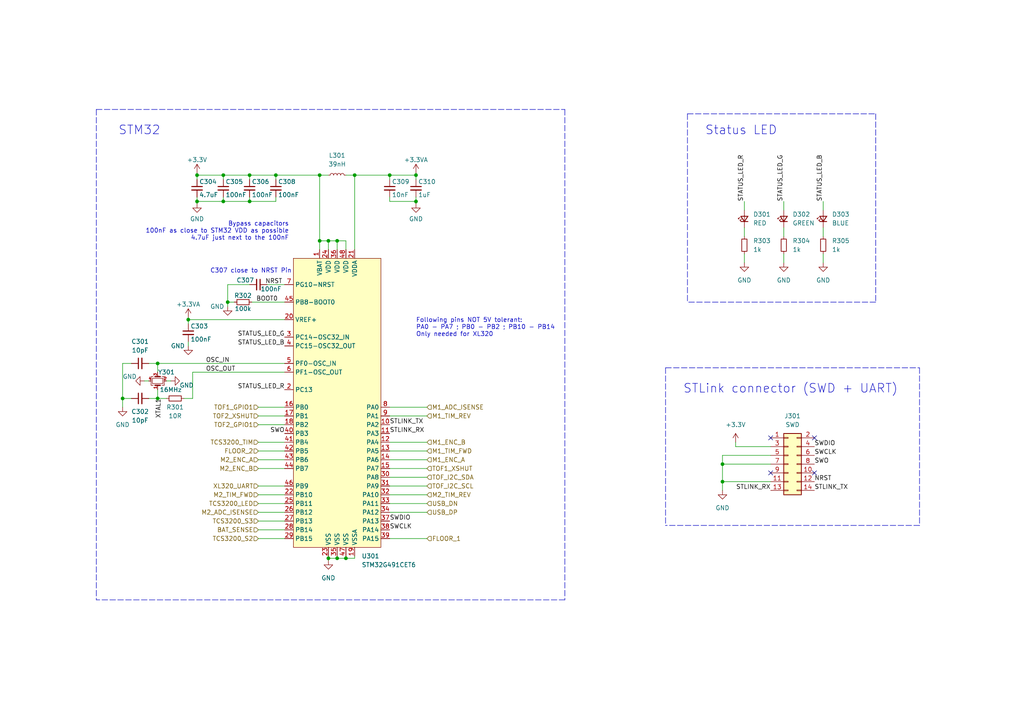
<source format=kicad_sch>
(kicad_sch (version 20211123) (generator eeschema)
  (paper "A4")
  (lib_symbols
    (symbol "Connector_Generic:Conn_02x07_Odd_Even" (pin_names (offset 1.016) hide)
      (property "Reference" "J" (at 1.27 10.16 0))
      (property "Value" "Conn_02x07_Odd_Even" (at 1.27 -10.16 0))
      (symbol "Conn_02x07_Odd_Even_1_1"
        (rectangle (start -1.27 -7.493) (end 0 -7.747) (stroke (width 0.1524)))
        (rectangle (start -1.27 -4.953) (end 0 -5.207) (stroke (width 0.1524)))
        (rectangle (start -1.27 -2.413) (end 0 -2.667) (stroke (width 0.1524)))
        (rectangle (start -1.27 0.127) (end 0 -0.127) (stroke (width 0.1524)))
        (rectangle (start -1.27 2.667) (end 0 2.413) (stroke (width 0.1524)))
        (rectangle (start -1.27 5.207) (end 0 4.953) (stroke (width 0.1524)))
        (rectangle (start -1.27 7.747) (end 0 7.493) (stroke (width 0.1524)))
        (rectangle (start -1.27 8.89) (end 3.81 -8.89) (stroke (width 0.254)) (fill (type background)))
        (rectangle (start 3.81 -7.493) (end 2.54 -7.747) (stroke (width 0.1524)))
        (rectangle (start 3.81 -4.953) (end 2.54 -5.207) (stroke (width 0.1524)))
        (rectangle (start 3.81 -2.413) (end 2.54 -2.667) (stroke (width 0.1524)))
        (rectangle (start 3.81 0.127) (end 2.54 -0.127) (stroke (width 0.1524)))
        (rectangle (start 3.81 2.667) (end 2.54 2.413) (stroke (width 0.1524)))
        (rectangle (start 3.81 5.207) (end 2.54 4.953) (stroke (width 0.1524)))
        (rectangle (start 3.81 7.747) (end 2.54 7.493) (stroke (width 0.1524)))
        (pin passive line (at -5.08 7.62 0) (length 3.81) (name "Pin_1") (number "1"))
        (pin passive line (at 7.62 -2.54 180) (length 3.81) (name "Pin_10") (number "10"))
        (pin passive line (at -5.08 -5.08 0) (length 3.81) (name "Pin_11") (number "11"))
        (pin passive line (at 7.62 -5.08 180) (length 3.81) (name "Pin_12") (number "12"))
        (pin passive line (at -5.08 -7.62 0) (length 3.81) (name "Pin_13") (number "13"))
        (pin passive line (at 7.62 -7.62 180) (length 3.81) (name "Pin_14") (number "14"))
        (pin passive line (at 7.62 7.62 180) (length 3.81) (name "Pin_2") (number "2"))
        (pin passive line (at -5.08 5.08 0) (length 3.81) (name "Pin_3") (number "3"))
        (pin passive line (at 7.62 5.08 180) (length 3.81) (name "Pin_4") (number "4"))
        (pin passive line (at -5.08 2.54 0) (length 3.81) (name "Pin_5") (number "5"))
        (pin passive line (at 7.62 2.54 180) (length 3.81) (name "Pin_6") (number "6"))
        (pin passive line (at -5.08 0 0) (length 3.81) (name "Pin_7") (number "7"))
        (pin passive line (at 7.62 0 180) (length 3.81) (name "Pin_8") (number "8"))
        (pin passive line (at -5.08 -2.54 0) (length 3.81) (name "Pin_9") (number "9"))
      )
    )
    (symbol "Device:C_Small" (pin_numbers hide) (pin_names (offset 0.254) hide)
      (property "Reference" "C" (at 0.254 1.778 0))
      (property "Value" "C_Small" (at 0.254 -2.032 0))
      (symbol "C_Small_0_1"
        (polyline (pts (xy -1.524 -0.508) (xy 1.524 -0.508)) (stroke (width 0.3302)))
        (polyline (pts (xy -1.524 0.508) (xy 1.524 0.508)) (stroke (width 0.3048)))
      )
      (symbol "C_Small_1_1"
        (pin passive line (at 0 2.54 270) (length 2.032) (name "~") (number "1"))
        (pin passive line (at 0 -2.54 90) (length 2.032) (name "~") (number "2"))
      )
    )
    (symbol "Device:Crystal_GND24_Small" (pin_names (offset 1.016) hide)
      (property "Reference" "Y" (at 1.27 4.445 0))
      (property "Value" "Crystal_GND24_Small" (at 1.27 2.54 0))
      (symbol "Crystal_GND24_Small_0_1"
        (rectangle (start -0.762 -1.524) (end 0.762 1.524))
        (polyline (pts (xy -1.27 -0.762) (xy -1.27 0.762)) (stroke (width 0.381)))
        (polyline (pts (xy 1.27 -0.762) (xy 1.27 0.762)) (stroke (width 0.381)))
        (polyline (pts (xy -1.27 -1.27) (xy -1.27 -1.905) (xy 1.27 -1.905) (xy 1.27 -1.27)))
        (polyline (pts (xy -1.27 1.27) (xy -1.27 1.905) (xy 1.27 1.905) (xy 1.27 1.27)))
      )
      (symbol "Crystal_GND24_Small_1_1"
        (pin passive line (at -2.54 0 0) (length 1.27) (name "1") (number "1"))
        (pin passive line (at 0 -2.54 90) (length 0.635) (name "2") (number "2"))
        (pin passive line (at 2.54 0 180) (length 1.27) (name "3") (number "3"))
        (pin passive line (at 0 2.54 270) (length 0.635) (name "4") (number "4"))
      )
    )
    (symbol "Device:LED_Small" (pin_numbers hide) (pin_names (offset 0.254) hide)
      (property "Reference" "D" (at -1.27 3.175 0))
      (property "Value" "LED_Small" (at -4.445 -2.54 0))
      (symbol "LED_Small_0_1"
        (polyline (pts (xy -0.762 -1.016) (xy -0.762 1.016)) (stroke (width 0.254)))
        (polyline (pts (xy 1.016 0) (xy -0.762 0)))
        (polyline (pts (xy 0.762 -1.016) (xy -0.762 0) (xy 0.762 1.016) (xy 0.762 -1.016)) (stroke (width 0.254)))
        (polyline (pts (xy 0 0.762) (xy -0.508 1.27) (xy -0.254 1.27) (xy -0.508 1.27) (xy -0.508 1.016)))
        (polyline (pts (xy 0.508 1.27) (xy 0 1.778) (xy 0.254 1.778) (xy 0 1.778) (xy 0 1.524)))
      )
      (symbol "LED_Small_1_1"
        (pin passive line (at -2.54 0 0) (length 1.778) (name "K") (number "1"))
        (pin passive line (at 2.54 0 180) (length 1.778) (name "A") (number "2"))
      )
    )
    (symbol "Device:L_Small" (pin_numbers hide) (pin_names (offset 0.254) hide)
      (property "Reference" "L" (at 0.762 1.016 0))
      (property "Value" "L_Small" (at 0.762 -1.016 0))
      (symbol "L_Small_0_1"
        (arc (start 0 -2.032) (mid 0.508 -1.524) (end 0 -1.016))
        (arc (start 0 -1.016) (mid 0.508 -0.508) (end 0 0))
        (arc (start 0 0) (mid 0.508 0.508) (end 0 1.016))
        (arc (start 0 1.016) (mid 0.508 1.524) (end 0 2.032))
      )
      (symbol "L_Small_1_1"
        (pin passive line (at 0 2.54 270) (length 0.508) (name "~") (number "1"))
        (pin passive line (at 0 -2.54 90) (length 0.508) (name "~") (number "2"))
      )
    )
    (symbol "Device:R_Small" (pin_numbers hide) (pin_names (offset 0.254) hide)
      (property "Reference" "R" (at 0.762 0.508 0))
      (property "Value" "R_Small" (at 0.762 -1.016 0))
      (symbol "R_Small_0_1"
        (rectangle (start -0.762 1.778) (end 0.762 -1.778) (stroke (width 0.2032)))
      )
      (symbol "R_Small_1_1"
        (pin passive line (at 0 2.54 270) (length 0.762) (name "~") (number "1"))
        (pin passive line (at 0 -2.54 90) (length 0.762) (name "~") (number "2"))
      )
    )
    (symbol "WITNS_ST:STM32G491CET6"
      (property "Reference" "U" (at 7.62 48.26 0))
      (property "Value" "STM32G491CET6" (at 7.62 45.72 0))
      (symbol "STM32G491CET6_0_1"
        (rectangle (start -12.7 43.18) (end 12.7 -40.64) (fill (type background)))
      )
      (symbol "STM32G491CET6_1_1"
        (pin power_in line (at -5.08 45.72 270) (length 2.54) (name "VBAT") (number "1"))
        (pin bidirectional line (at 15.24 -5.08 180) (length 2.54) (name "PA2") (number "10"))
        (pin bidirectional line (at 15.24 -7.62 180) (length 2.54) (name "PA3") (number "11"))
        (pin bidirectional line (at 15.24 -10.16 180) (length 2.54) (name "PA4") (number "12"))
        (pin bidirectional line (at 15.24 -12.7 180) (length 2.54) (name "PA5") (number "13"))
        (pin bidirectional line (at 15.24 -15.24 180) (length 2.54) (name "PA6") (number "14"))
        (pin bidirectional line (at 15.24 -17.78 180) (length 2.54) (name "PA7") (number "15"))
        (pin bidirectional line (at -15.24 0 0) (length 2.54) (name "PB0") (number "16"))
        (pin bidirectional line (at -15.24 -2.54 0) (length 2.54) (name "PB1") (number "17"))
        (pin bidirectional line (at -15.24 -5.08 0) (length 2.54) (name "PB2") (number "18"))
        (pin power_in line (at 5.08 -43.18 90) (length 2.54) (name "VSSA") (number "19"))
        (pin bidirectional line (at -15.24 5.08 0) (length 2.54) (name "PC13") (number "2"))
        (pin power_in line (at -15.24 25.4 0) (length 2.54) (name "VREF+") (number "20"))
        (pin power_in line (at 5.08 45.72 270) (length 2.54) (name "VDDA") (number "21"))
        (pin bidirectional line (at -15.24 -25.4 0) (length 2.54) (name "PB10") (number "22"))
        (pin power_in line (at -2.54 -43.18 90) (length 2.54) (name "VSS") (number "23"))
        (pin power_in line (at -2.54 45.72 270) (length 2.54) (name "VDD") (number "24"))
        (pin bidirectional line (at -15.24 -27.94 0) (length 2.54) (name "PB11") (number "25"))
        (pin bidirectional line (at -15.24 -30.48 0) (length 2.54) (name "PB12") (number "26"))
        (pin bidirectional line (at -15.24 -33.02 0) (length 2.54) (name "PB13") (number "27"))
        (pin bidirectional line (at -15.24 -35.56 0) (length 2.54) (name "PB14") (number "28"))
        (pin bidirectional line (at -15.24 -38.1 0) (length 2.54) (name "PB15") (number "29"))
        (pin bidirectional line (at -15.24 20.32 0) (length 2.54) (name "PC14-OSC32_IN") (number "3"))
        (pin bidirectional line (at 15.24 -20.32 180) (length 2.54) (name "PA8") (number "30"))
        (pin bidirectional line (at 15.24 -22.86 180) (length 2.54) (name "PA9") (number "31"))
        (pin bidirectional line (at 15.24 -25.4 180) (length 2.54) (name "PA10") (number "32"))
        (pin bidirectional line (at 15.24 -27.94 180) (length 2.54) (name "PA11") (number "33"))
        (pin bidirectional line (at 15.24 -30.48 180) (length 2.54) (name "PA12") (number "34"))
        (pin power_in line (at 0 -43.18 90) (length 2.54) (name "VSS") (number "35"))
        (pin power_in line (at 0 45.72 270) (length 2.54) (name "VDD") (number "36"))
        (pin bidirectional line (at 15.24 -33.02 180) (length 2.54) (name "PA13") (number "37"))
        (pin bidirectional line (at 15.24 -35.56 180) (length 2.54) (name "PA14") (number "38"))
        (pin bidirectional line (at 15.24 -38.1 180) (length 2.54) (name "PA15") (number "39"))
        (pin bidirectional line (at -15.24 17.78 0) (length 2.54) (name "PC15-OSC32_OUT") (number "4"))
        (pin bidirectional line (at -15.24 -7.62 0) (length 2.54) (name "PB3") (number "40"))
        (pin bidirectional line (at -15.24 -10.16 0) (length 2.54) (name "PB4") (number "41"))
        (pin bidirectional line (at -15.24 -12.7 0) (length 2.54) (name "PB5") (number "42"))
        (pin bidirectional line (at -15.24 -15.24 0) (length 2.54) (name "PB6") (number "43"))
        (pin bidirectional line (at -15.24 -17.78 0) (length 2.54) (name "PB7") (number "44"))
        (pin bidirectional line (at -15.24 30.48 0) (length 2.54) (name "PB8-BOOT0") (number "45"))
        (pin bidirectional line (at -15.24 -22.86 0) (length 2.54) (name "PB9") (number "46"))
        (pin power_in line (at 2.54 -43.18 90) (length 2.54) (name "VSS") (number "47"))
        (pin power_in line (at 2.54 45.72 270) (length 2.54) (name "VDD") (number "48"))
        (pin bidirectional line (at -15.24 12.7 0) (length 2.54) (name "PF0-OSC_IN") (number "5"))
        (pin bidirectional line (at -15.24 10.16 0) (length 2.54) (name "PF1-OSC_OUT") (number "6"))
        (pin bidirectional line (at -15.24 35.56 0) (length 2.54) (name "PG10-NRST") (number "7"))
        (pin bidirectional line (at 15.24 0 180) (length 2.54) (name "PA0") (number "8"))
        (pin bidirectional line (at 15.24 -2.54 180) (length 2.54) (name "PA1") (number "9"))
      )
    )
    (symbol "power:+3.3V" (power) (pin_names (offset 0))
      (property "Value" "+3.3V" (at 0 3.556 0))
      (symbol "+3.3V_0_1"
        (polyline (pts (xy -0.762 1.27) (xy 0 2.54)))
        (polyline (pts (xy 0 0) (xy 0 2.54)))
        (polyline (pts (xy 0 2.54) (xy 0.762 1.27)))
      )
      (symbol "+3.3V_1_1"
        (pin power_in line (at 0 0 90) (length 0) hide (name "+3.3V") (number "1"))
      )
    )
    (symbol "power:+3.3VA" (power) (pin_names (offset 0))
      (property "Value" "+3.3VA" (at 0 3.556 0))
      (symbol "+3.3VA_0_1"
        (polyline (pts (xy -0.762 1.27) (xy 0 2.54)))
        (polyline (pts (xy 0 0) (xy 0 2.54)))
        (polyline (pts (xy 0 2.54) (xy 0.762 1.27)))
      )
      (symbol "+3.3VA_1_1"
        (pin power_in line (at 0 0 90) (length 0) hide (name "+3.3VA") (number "1"))
      )
    )
    (symbol "power:GND" (power) (pin_names (offset 0))
      (property "Value" "GND" (at 0 -3.81 0))
      (symbol "GND_0_1"
        (polyline (pts (xy 0 0) (xy 0 -1.27) (xy 1.27 -1.27) (xy 0 -2.54) (xy -1.27 -1.27) (xy 0 -1.27)))
      )
      (symbol "GND_1_1"
        (pin power_in line (at 0 0 270) (length 0) hide (name "GND") (number "1"))
      )
    )
  )
  (junction (at 100.33 161.925))
  (junction (at 72.39 58.42))
  (junction (at 45.72 105.41))
  (junction (at 97.79 161.925))
  (junction (at 54.61 92.71))
  (junction (at 97.79 69.85))
  (junction (at 95.25 161.925))
  (junction (at 92.71 50.8))
  (junction (at 120.65 50.8))
  (junction (at 64.77 50.8))
  (junction (at 113.03 50.8))
  (junction (at 57.15 58.42))
  (junction (at 102.87 50.8))
  (junction (at 66.04 87.63))
  (junction (at 35.56 115.57))
  (junction (at 209.55 134.62))
  (junction (at 95.25 69.85))
  (junction (at 209.55 139.7))
  (junction (at 120.65 58.42))
  (junction (at 92.71 69.85))
  (junction (at 45.72 115.57))
  (junction (at 72.39 50.8))
  (junction (at 80.01 50.8))
  (junction (at 64.77 58.42))
  (junction (at 57.15 50.8))
  (no_connect (at 223.52 127))
  (no_connect (at 236.22 127))
  (no_connect (at 223.52 137.16))
  (no_connect (at 236.22 137.16))
  (polyline (pts (xy 193.04 106.68) (xy 193.04 152.4)))
  (wire (pts (xy 123.825 138.43) (xy 113.03 138.43)))
  (wire (pts (xy 97.79 161.925) (xy 97.79 161.29)))
  (polyline (pts (xy 254 87.63) (xy 199.39 87.63)))
  (wire (pts (xy 100.33 50.8) (xy 102.87 50.8)))
  (wire (pts (xy 74.93 146.05) (xy 82.55 146.05)))
  (wire (pts (xy 209.55 132.08) (xy 209.55 134.62)))
  (wire (pts (xy 72.39 58.42) (xy 64.77 58.42)))
  (wire (pts (xy 74.93 143.51) (xy 82.55 143.51)))
  (wire (pts (xy 57.15 50.8) (xy 64.77 50.8)))
  (wire (pts (xy 45.72 105.41) (xy 82.55 105.41)))
  (wire (pts (xy 74.93 118.11) (xy 82.55 118.11)))
  (wire (pts (xy 100.33 69.85) (xy 100.33 72.39)))
  (wire (pts (xy 64.77 50.8) (xy 72.39 50.8)))
  (wire (pts (xy 238.76 66.04) (xy 238.76 68.58)))
  (wire (pts (xy 57.15 58.42) (xy 57.15 57.15)))
  (wire (pts (xy 74.93 135.89) (xy 82.55 135.89)))
  (wire (pts (xy 123.825 128.27) (xy 113.03 128.27)))
  (wire (pts (xy 74.93 130.81) (xy 82.55 130.81)))
  (wire (pts (xy 64.77 58.42) (xy 57.15 58.42)))
  (wire (pts (xy 72.39 50.8) (xy 72.39 52.07)))
  (wire (pts (xy 95.25 161.925) (xy 97.79 161.925)))
  (wire (pts (xy 54.61 92.075) (xy 54.61 92.71)))
  (wire (pts (xy 213.36 128.27) (xy 213.36 129.54)))
  (wire (pts (xy 97.79 69.85) (xy 97.79 72.39)))
  (wire (pts (xy 74.93 140.97) (xy 82.55 140.97)))
  (wire (pts (xy 113.03 58.42) (xy 120.65 58.42)))
  (wire (pts (xy 38.1 105.41) (xy 35.56 105.41)))
  (wire (pts (xy 95.25 69.85) (xy 92.71 69.85)))
  (wire (pts (xy 74.93 128.27) (xy 82.55 128.27)))
  (wire (pts (xy 213.36 129.54) (xy 223.52 129.54)))
  (wire (pts (xy 123.825 156.21) (xy 113.03 156.21)))
  (polyline (pts (xy 254 33.02) (xy 254 87.63)))
  (wire (pts (xy 95.25 69.85) (xy 95.25 72.39)))
  (wire (pts (xy 95.25 161.29) (xy 95.25 161.925)))
  (wire (pts (xy 66.04 87.63) (xy 67.945 87.63)))
  (wire (pts (xy 74.93 123.19) (xy 82.55 123.19)))
  (wire (pts (xy 41.91 110.49) (xy 43.18 110.49)))
  (polyline (pts (xy 27.94 31.75) (xy 27.94 173.99)))
  (wire (pts (xy 100.33 161.925) (xy 102.87 161.925)))
  (wire (pts (xy 53.34 115.57) (xy 55.88 115.57)))
  (wire (pts (xy 66.04 87.63) (xy 66.04 82.55)))
  (wire (pts (xy 92.71 50.8) (xy 92.71 69.85)))
  (wire (pts (xy 74.93 156.21) (xy 82.55 156.21)))
  (wire (pts (xy 120.65 58.42) (xy 120.65 59.055)))
  (wire (pts (xy 123.825 148.59) (xy 113.03 148.59)))
  (wire (pts (xy 45.72 113.03) (xy 45.72 115.57)))
  (polyline (pts (xy 266.7 152.4) (xy 193.04 152.4)))
  (wire (pts (xy 45.72 107.95) (xy 45.72 105.41)))
  (wire (pts (xy 120.65 57.15) (xy 120.65 58.42)))
  (wire (pts (xy 113.03 57.15) (xy 113.03 58.42)))
  (wire (pts (xy 123.825 130.81) (xy 113.03 130.81)))
  (wire (pts (xy 123.825 146.05) (xy 113.03 146.05)))
  (wire (pts (xy 123.825 118.11) (xy 113.03 118.11)))
  (wire (pts (xy 66.04 82.55) (xy 72.39 82.55)))
  (wire (pts (xy 92.71 69.85) (xy 92.71 72.39)))
  (wire (pts (xy 120.65 50.8) (xy 120.65 52.07)))
  (wire (pts (xy 92.71 50.8) (xy 95.25 50.8)))
  (wire (pts (xy 120.65 50.165) (xy 120.65 50.8)))
  (wire (pts (xy 113.03 50.8) (xy 113.03 52.07)))
  (wire (pts (xy 35.56 105.41) (xy 35.56 115.57)))
  (polyline (pts (xy 199.39 33.02) (xy 199.39 87.63)))
  (wire (pts (xy 215.9 73.66) (xy 215.9 76.2)))
  (wire (pts (xy 73.025 87.63) (xy 82.55 87.63)))
  (wire (pts (xy 97.79 69.85) (xy 100.33 69.85)))
  (wire (pts (xy 123.825 140.97) (xy 113.03 140.97)))
  (polyline (pts (xy 163.83 173.99) (xy 27.94 173.99)))
  (wire (pts (xy 57.15 50.165) (xy 57.15 50.8)))
  (wire (pts (xy 43.18 115.57) (xy 45.72 115.57)))
  (wire (pts (xy 54.61 92.71) (xy 82.55 92.71)))
  (polyline (pts (xy 27.94 31.75) (xy 163.83 31.75)))
  (wire (pts (xy 227.33 66.04) (xy 227.33 68.58)))
  (polyline (pts (xy 266.7 106.68) (xy 266.7 152.4)))
  (wire (pts (xy 43.18 105.41) (xy 45.72 105.41)))
  (wire (pts (xy 209.55 132.08) (xy 223.52 132.08)))
  (wire (pts (xy 123.825 135.89) (xy 113.03 135.89)))
  (wire (pts (xy 72.39 58.42) (xy 80.01 58.42)))
  (wire (pts (xy 238.76 73.66) (xy 238.76 76.2)))
  (wire (pts (xy 72.39 57.15) (xy 72.39 58.42)))
  (wire (pts (xy 35.56 115.57) (xy 38.1 115.57)))
  (wire (pts (xy 77.47 82.55) (xy 82.55 82.55)))
  (wire (pts (xy 57.15 50.8) (xy 57.15 52.07)))
  (wire (pts (xy 55.88 107.95) (xy 55.88 115.57)))
  (wire (pts (xy 215.9 66.04) (xy 215.9 68.58)))
  (polyline (pts (xy 163.83 31.75) (xy 163.83 173.99)))
  (wire (pts (xy 57.15 58.42) (xy 57.15 59.055)))
  (wire (pts (xy 64.77 57.15) (xy 64.77 58.42)))
  (wire (pts (xy 123.825 120.65) (xy 113.03 120.65)))
  (wire (pts (xy 238.76 58.42) (xy 238.76 60.96)))
  (wire (pts (xy 74.93 151.13) (xy 82.55 151.13)))
  (wire (pts (xy 215.9 58.42) (xy 215.9 60.96)))
  (wire (pts (xy 80.01 57.15) (xy 80.01 58.42)))
  (wire (pts (xy 209.55 134.62) (xy 223.52 134.62)))
  (wire (pts (xy 227.33 58.42) (xy 227.33 60.96)))
  (wire (pts (xy 45.72 115.57) (xy 48.26 115.57)))
  (wire (pts (xy 54.61 92.71) (xy 54.61 93.98)))
  (wire (pts (xy 209.55 139.7) (xy 209.55 142.24)))
  (wire (pts (xy 55.88 107.95) (xy 82.55 107.95)))
  (wire (pts (xy 97.79 69.85) (xy 95.25 69.85)))
  (wire (pts (xy 102.87 161.925) (xy 102.87 161.29)))
  (wire (pts (xy 95.25 161.925) (xy 95.25 162.56)))
  (wire (pts (xy 72.39 50.8) (xy 80.01 50.8)))
  (wire (pts (xy 209.55 139.7) (xy 223.52 139.7)))
  (wire (pts (xy 74.93 148.59) (xy 82.55 148.59)))
  (wire (pts (xy 92.71 50.8) (xy 80.01 50.8)))
  (polyline (pts (xy 193.04 106.68) (xy 266.7 106.68)))
  (wire (pts (xy 97.79 161.925) (xy 100.33 161.925)))
  (wire (pts (xy 123.825 133.35) (xy 113.03 133.35)))
  (wire (pts (xy 102.87 50.8) (xy 102.87 72.39)))
  (wire (pts (xy 66.04 88.9) (xy 66.04 87.63)))
  (wire (pts (xy 123.825 143.51) (xy 113.03 143.51)))
  (polyline (pts (xy 199.39 33.02) (xy 254 33.02)))
  (wire (pts (xy 113.03 50.8) (xy 120.65 50.8)))
  (wire (pts (xy 54.61 99.06) (xy 54.61 100.33)))
  (wire (pts (xy 64.77 50.8) (xy 64.77 52.07)))
  (wire (pts (xy 74.93 133.35) (xy 82.55 133.35)))
  (wire (pts (xy 100.33 161.925) (xy 100.33 161.29)))
  (wire (pts (xy 35.56 115.57) (xy 35.56 118.11)))
  (wire (pts (xy 48.26 110.49) (xy 49.53 110.49)))
  (wire (pts (xy 74.93 120.65) (xy 82.55 120.65)))
  (wire (pts (xy 209.55 134.62) (xy 209.55 139.7)))
  (wire (pts (xy 74.93 153.67) (xy 82.55 153.67)))
  (wire (pts (xy 227.33 73.66) (xy 227.33 76.2)))
  (wire (pts (xy 80.01 50.8) (xy 80.01 52.07)))
  (wire (pts (xy 102.87 50.8) (xy 113.03 50.8)))
  (text "STM32" (at 34.29 39.37 0) (effects (font (size 2.54 2.54)) (justify left bottom)))
  (text "Bypass capacitors\n100nF as close to STM32 VDD as possible\n4.7uF just next to the 100nF" (at 83.82 69.85 180) (effects (font (size 1.27 1.27)) (justify right bottom)))
  (text "Following pins NOT 5V tolerant:\nPA0 - PA7 ; PB0 - PB2 ; PB10 - PB14\nOnly needed for XL320" (at 120.65 97.79 0) (effects (font (size 1.27 1.27)) (justify left bottom)))
  (text "Status LED" (at 204.47 39.37 0) (effects (font (size 2.54 2.54)) (justify left bottom)))
  (text "STLink connector (SWD + UART)" (at 198.12 114.3 0) (effects (font (size 2.54 2.54)) (justify left bottom)))
  (text "C307 close to NRST Pin" (at 60.96 79.375 0) (effects (font (size 1.27 1.27)) (justify left bottom)))
  (label "SWCLK" (at 236.22 132.08 0))
  (label "SWDIO" (at 236.22 129.54 0))
  (label "STLINK_RX" (at 113.03 125.73 0))
  (label "STATUS_LED_R" (at 82.55 113.03 180))
  (label "STATUS_LED_G" (at 82.55 97.79 180))
  (label "STLINK_TX" (at 113.03 123.19 0))
  (label "STATUS_LED_B" (at 238.76 58.42 90))
  (label "STLINK_TX" (at 236.22 142.24 0))
  (label "STLINK_RX" (at 223.52 142.24 180))
  (label "XTAL1" (at 46.99 115.57 270))
  (label "NRST" (at 81.915 82.55 180))
  (label "OSC_OUT" (at 59.69 107.95 0))
  (label "STATUS_LED_R" (at 215.9 58.42 90))
  (label "SWDIO" (at 113.03 151.13 0))
  (label "STATUS_LED_G" (at 227.33 58.42 90))
  (label "NRST" (at 236.22 139.7 0))
  (label "STATUS_LED_B" (at 82.55 100.33 180))
  (label "SWCLK" (at 113.03 153.67 0))
  (label "BOOT0" (at 74.295 87.63 0))
  (label "OSC_IN" (at 59.69 105.41 0))
  (label "SWO" (at 236.22 134.62 0))
  (label "SWO" (at 82.55 125.73 180))
  (hierarchical_label "TOF1_GPIO1" (shape input) (at 74.93 118.11 180))
  (hierarchical_label "TOF2_XSHUT" (shape input) (at 74.93 120.65 180))
  (hierarchical_label "TCS3200_S3" (shape input) (at 74.93 151.13 180))
  (hierarchical_label "TCS3200_S2" (shape input) (at 74.93 156.21 180))
  (hierarchical_label "FLOOR_2" (shape input) (at 74.93 130.81 180))
  (hierarchical_label "M1_ENC_B" (shape input) (at 123.825 128.27 0))
  (hierarchical_label "USB_DN" (shape input) (at 123.825 146.05 0))
  (hierarchical_label "USB_DP" (shape input) (at 123.825 148.59 0))
  (hierarchical_label "M1_TIM_FWD" (shape input) (at 123.825 130.81 0))
  (hierarchical_label "M2_TIM_FWD" (shape input) (at 74.93 143.51 180))
  (hierarchical_label "M1_TIM_REV" (shape input) (at 123.825 120.65 0))
  (hierarchical_label "M2_ENC_B" (shape input) (at 74.93 135.89 180))
  (hierarchical_label "TCS3200_LED" (shape input) (at 74.93 146.05 180))
  (hierarchical_label "M2_TIM_REV" (shape input) (at 123.825 143.51 0))
  (hierarchical_label "TOF1_XSHUT" (shape input) (at 123.825 135.89 0))
  (hierarchical_label "TOF_I2C_SCL" (shape input) (at 123.825 140.97 0))
  (hierarchical_label "M1_ENC_A" (shape input) (at 123.825 133.35 0))
  (hierarchical_label "M2_ENC_A" (shape input) (at 74.93 133.35 180))
  (hierarchical_label "TOF2_GPIO1" (shape input) (at 74.93 123.19 180))
  (hierarchical_label "M2_ADC_ISENSE" (shape input) (at 74.93 148.59 180))
  (hierarchical_label "TOF_I2C_SDA" (shape input) (at 123.825 138.43 0))
  (hierarchical_label "XL320_UART" (shape input) (at 74.93 140.97 180))
  (hierarchical_label "M1_ADC_ISENSE" (shape input) (at 123.825 118.11 0))
  (hierarchical_label "FLOOR_1" (shape input) (at 123.825 156.21 0))
  (hierarchical_label "TCS3200_TIM" (shape input) (at 74.93 128.27 180))
  (hierarchical_label "BAT_SENSE" (shape input) (at 74.93 153.67 180))
  (symbol (lib_id "power:GND") (at 66.04 88.9 0) (unit 1)
    (property "Reference" "#PWR0308" (effects hide))
    (property "Value" "GND" (at 60.96 88.9 0) (effects (justify left)))
  )
  (symbol (lib_id "Device:C_Small") (at 120.65 54.61 0) (unit 1)
    (property "Reference" "C310" (at 121.285 52.705 0) (effects (justify left)))
    (property "Value" "1uF" (at 121.285 56.515 0) (effects (justify left)))
    (property "Footprint" "Capacitor_SMD:C_0603_1608Metric" (effects hide))
    (property "Farnell" "3013398" (effects hide))
  )
  (symbol (lib_id "Device:LED_Small") (at 227.33 63.5 90) (unit 1)
    (property "Reference" "D302" (at 229.87 62.1664 90) (effects (justify right)))
    (property "Value" "GREEN" (at 229.87 64.7064 90) (effects (justify right)))
    (property "Footprint" "LED_SMD:LED_0603_1608Metric" (effects hide))
  )
  (symbol (lib_id "power:GND") (at 215.9 76.2 0) (unit 1)
    (property "Reference" "#PWR0314" (effects hide))
    (property "Value" "GND" (at 215.9 81.28 0))
  )
  (symbol (lib_id "power:+3.3VA") (at 120.65 50.165 0) (unit 1)
    (property "Reference" "#PWR0310" (effects hide))
    (property "Value" "+3.3VA" (at 120.65 46.355 0))
  )
  (symbol (lib_id "power:GND") (at 35.56 118.11 0) (unit 1)
    (property "Reference" "#PWR0301" (effects hide))
    (property "Value" "GND" (at 35.56 123.19 0))
  )
  (symbol (lib_id "Device:C_Small") (at 40.64 105.41 90) (unit 1)
    (property "Reference" "C301" (at 40.6463 99.06 90))
    (property "Value" "10pF" (at 40.6463 101.6 90))
    (property "Footprint" "Capacitor_SMD:C_0603_1608Metric" (effects hide))
  )
  (symbol (lib_id "Connector_Generic:Conn_02x07_Odd_Even") (at 228.6 134.62 0) (unit 1)
    (property "Reference" "J301" (at 229.87 120.65 0))
    (property "Value" "SWD" (at 229.87 123.19 0))
    (property "Footprint" "Connector_PinHeader_1.27mm:PinHeader_2x07_P1.27mm_Vertical_SMD" (effects hide))
    (property "Farnell" "3226055" (effects hide))
    (property "Footprint" "Connector_PinHeader_1.27mm:PinHeader_2x07_P1.27mm_Vertical_SMD" (effects hide))
    (property "Reference" "J7" (effects hide))
    (property "Value" "Conn_02x07_Odd_Even" (effects hide))
  )
  (symbol (lib_id "power:GND") (at 238.76 76.2 0) (unit 1)
    (property "Reference" "#PWR0316" (effects hide))
    (property "Value" "GND" (at 238.76 81.28 0))
  )
  (symbol (lib_id "power:GND") (at 41.91 110.49 270) (unit 1)
    (property "Reference" "#PWR0302" (effects hide))
    (property "Value" "GND" (at 35.56 109.22 90) (effects (justify left)))
  )
  (symbol (lib_id "Device:L_Small") (at 97.79 50.8 90) (unit 1)
    (property "Reference" "L301" (at 97.79 45.085 90))
    (property "Value" "39nH" (at 97.79 47.625 90))
    (property "Footprint" "Inductor_SMD:L_0603_1608Metric" (effects hide))
  )
  (symbol (lib_id "power:GND") (at 209.55 142.24 0) (unit 1)
    (property "Reference" "#PWR0312" (effects hide))
    (property "Value" "GND" (at 209.55 147.32 0))
  )
  (symbol (lib_id "Device:LED_Small") (at 215.9 63.5 90) (unit 1)
    (property "Reference" "D301" (at 218.44 62.1664 90) (effects (justify right)))
    (property "Value" "RED" (at 218.44 64.7064 90) (effects (justify right)))
    (property "Footprint" "LED_SMD:LED_0603_1608Metric" (effects hide))
  )
  (symbol (lib_id "Device:C_Small") (at 57.15 54.61 0) (unit 1)
    (property "Reference" "C304" (at 57.785 52.705 0) (effects (justify left)))
    (property "Value" "4.7uF" (at 57.785 56.515 0) (effects (justify left)))
    (property "Footprint" "Capacitor_SMD:C_0603_1608Metric" (effects hide))
    (property "Farnell" "3013398" (effects hide))
  )
  (symbol (lib_id "power:+3.3V") (at 57.15 50.165 0) (unit 1)
    (property "Reference" "#PWR0306" (effects hide))
    (property "Value" "+3.3V" (at 57.15 46.355 0))
  )
  (symbol (lib_id "Device:LED_Small") (at 238.76 63.5 90) (unit 1)
    (property "Reference" "D303" (at 241.3 62.1664 90) (effects (justify right)))
    (property "Value" "BLUE" (at 241.3 64.7064 90) (effects (justify right)))
    (property "Footprint" "LED_SMD:LED_0603_1608Metric" (effects hide))
  )
  (symbol (lib_id "Device:C_Small") (at 40.64 115.57 90) (unit 1)
    (property "Reference" "C302" (at 40.64 119.38 90))
    (property "Value" "10pF" (at 40.64 121.92 90))
    (property "Footprint" "Capacitor_SMD:C_0603_1608Metric" (effects hide))
  )
  (symbol (lib_id "Device:C_Small") (at 72.39 54.61 0) (unit 1)
    (property "Reference" "C306" (at 73.025 52.705 0) (effects (justify left)))
    (property "Value" "100nF" (at 73.025 56.515 0) (effects (justify left)))
    (property "Footprint" "Capacitor_SMD:C_0603_1608Metric" (effects hide))
  )
  (symbol (lib_id "WITNS_ST:STM32G491CET6") (at 97.79 118.11 0) (unit 1)
    (property "Reference" "U301" (at 104.8894 161.29 0) (effects (justify left)))
    (property "Value" "STM32G491CET6" (at 104.8894 163.83 0) (effects (justify left)))
    (property "Footprint" "Package_QFP:LQFP-48_7x7mm_P0.5mm" (effects hide))
    (property "Datasheet" "https://datasheet.octopart.com/STM32G491CET6-STMicroelectronics-datasheet-151949616.pdf" (effects hide))
  )
  (symbol (lib_id "Device:R_Small") (at 238.76 71.12 0) (unit 1)
    (property "Reference" "R305" (at 241.3 69.8499 0) (effects (justify left)))
    (property "Value" "1k" (at 241.3 72.3899 0) (effects (justify left)))
    (property "Footprint" "Resistor_SMD:R_0603_1608Metric" (effects hide))
  )
  (symbol (lib_id "power:GND") (at 227.33 76.2 0) (unit 1)
    (property "Reference" "#PWR0315" (effects hide))
    (property "Value" "GND" (at 227.33 81.28 0))
  )
  (symbol (lib_id "Device:C_Small") (at 74.93 82.55 270) (unit 1)
    (property "Reference" "C307" (at 68.58 81.28 90) (effects (justify left)))
    (property "Value" "100nF" (at 75.565 83.82 90) (effects (justify left)))
    (property "Footprint" "Capacitor_SMD:C_0603_1608Metric" (effects hide))
  )
  (symbol (lib_id "Device:R_Small") (at 215.9 71.12 0) (unit 1)
    (property "Reference" "R303" (at 218.44 69.8499 0) (effects (justify left)))
    (property "Value" "1k" (at 218.44 72.3899 0) (effects (justify left)))
    (property "Footprint" "Resistor_SMD:R_0603_1608Metric" (effects hide))
  )
  (symbol (lib_id "Device:C_Small") (at 54.61 96.52 0) (unit 1)
    (property "Reference" "C303" (at 55.245 94.615 0) (effects (justify left)))
    (property "Value" "100nF" (at 55.245 98.425 0) (effects (justify left)))
    (property "Footprint" "Capacitor_SMD:C_0603_1608Metric" (effects hide))
    (property "Farnell" "3013398" (effects hide))
  )
  (symbol (lib_id "power:GND") (at 57.15 59.055 0) (unit 1)
    (property "Reference" "#PWR0307" (effects hide))
    (property "Value" "GND" (at 57.15 63.5 0))
  )
  (symbol (lib_id "Device:Crystal_GND24_Small") (at 45.72 110.49 90) (unit 1)
    (property "Reference" "Y301" (at 48.26 107.95 90))
    (property "Value" "16MHz" (at 49.53 113.03 90))
    (property "Footprint" "Crystal:Crystal_SMD_EuroQuartz_MT-4Pin_3.2x2.5mm" (effects hide))
    (property "Farnell" "2853935" (effects hide))
  )
  (symbol (lib_id "Device:R_Small") (at 50.8 115.57 90) (unit 1)
    (property "Reference" "R301" (at 50.8 118.11 90))
    (property "Value" "10R" (at 50.8 120.65 90))
    (property "Footprint" "Resistor_SMD:R_0603_1608Metric" (effects hide))
  )
  (symbol (lib_id "Device:C_Small") (at 80.01 54.61 0) (unit 1)
    (property "Reference" "C308" (at 80.645 52.705 0) (effects (justify left)))
    (property "Value" "100nF" (at 80.645 56.515 0) (effects (justify left)))
    (property "Footprint" "Capacitor_SMD:C_0603_1608Metric" (effects hide))
  )
  (symbol (lib_id "Device:C_Small") (at 64.77 54.61 0) (unit 1)
    (property "Reference" "C305" (at 65.405 52.705 0) (effects (justify left)))
    (property "Value" "100nF" (at 65.405 56.515 0) (effects (justify left)))
    (property "Footprint" "Capacitor_SMD:C_0603_1608Metric" (effects hide))
  )
  (symbol (lib_id "power:GND") (at 95.25 162.56 0) (unit 1)
    (property "Reference" "#PWR0309" (effects hide))
    (property "Value" "GND" (at 95.25 167.64 0))
  )
  (symbol (lib_id "power:+3.3VA") (at 54.61 92.075 0) (unit 1)
    (property "Reference" "#PWR0304" (effects hide))
    (property "Value" "+3.3VA" (at 54.61 88.265 0))
  )
  (symbol (lib_id "power:GND") (at 49.53 110.49 90) (unit 1)
    (property "Reference" "#PWR0303" (effects hide))
    (property "Value" "GND" (at 52.07 111.76 90) (effects (justify right)))
  )
  (symbol (lib_id "Device:C_Small") (at 113.03 54.61 0) (unit 1)
    (property "Reference" "C309" (at 113.665 52.705 0) (effects (justify left)))
    (property "Value" "10nF" (at 113.665 56.515 0) (effects (justify left)))
    (property "Footprint" "Capacitor_SMD:C_0603_1608Metric" (effects hide))
  )
  (symbol (lib_id "power:+3.3V") (at 213.36 128.27 0) (unit 1)
    (property "Reference" "#PWR0313" (effects hide))
    (property "Value" "+3.3V" (at 213.36 123.19 0))
  )
  (symbol (lib_id "power:GND") (at 120.65 59.055 0) (unit 1)
    (property "Reference" "#PWR0311" (effects hide))
    (property "Value" "GND" (at 120.65 63.5 0))
  )
  (symbol (lib_id "power:GND") (at 54.61 100.33 0) (unit 1)
    (property "Reference" "#PWR0305" (effects hide))
    (property "Value" "GND" (at 49.53 100.33 0) (effects (justify left)))
  )
  (symbol (lib_id "Device:R_Small") (at 70.485 87.63 90) (unit 1)
    (property "Reference" "R302" (at 70.485 85.725 90))
    (property "Value" "100k" (at 70.485 89.535 90))
    (property "Footprint" "Resistor_SMD:R_0603_1608Metric" (effects hide))
  )
  (symbol (lib_id "Device:R_Small") (at 227.33 71.12 0) (unit 1)
    (property "Reference" "R304" (at 229.87 69.8499 0) (effects (justify left)))
    (property "Value" "1k" (at 229.87 72.3899 0) (effects (justify left)))
    (property "Footprint" "Resistor_SMD:R_0603_1608Metric" (effects hide))
  )
)
</source>
